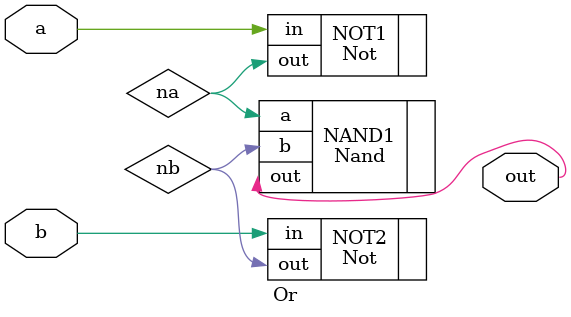
<source format=v>
 /**
 * Or gate:
 * out = 1 if (a == 1 or b == 1)
 *       0 otherwise
 */

module Or(a,b,out);
    input a;
   	input b;
    output out;

   	Not NOT1(.in(a),.out(na));
	Not NOT2(.in(b),.out(nb));
	Nand NAND1(.a(na),.b(nb),.out(out));

endmodule

</source>
